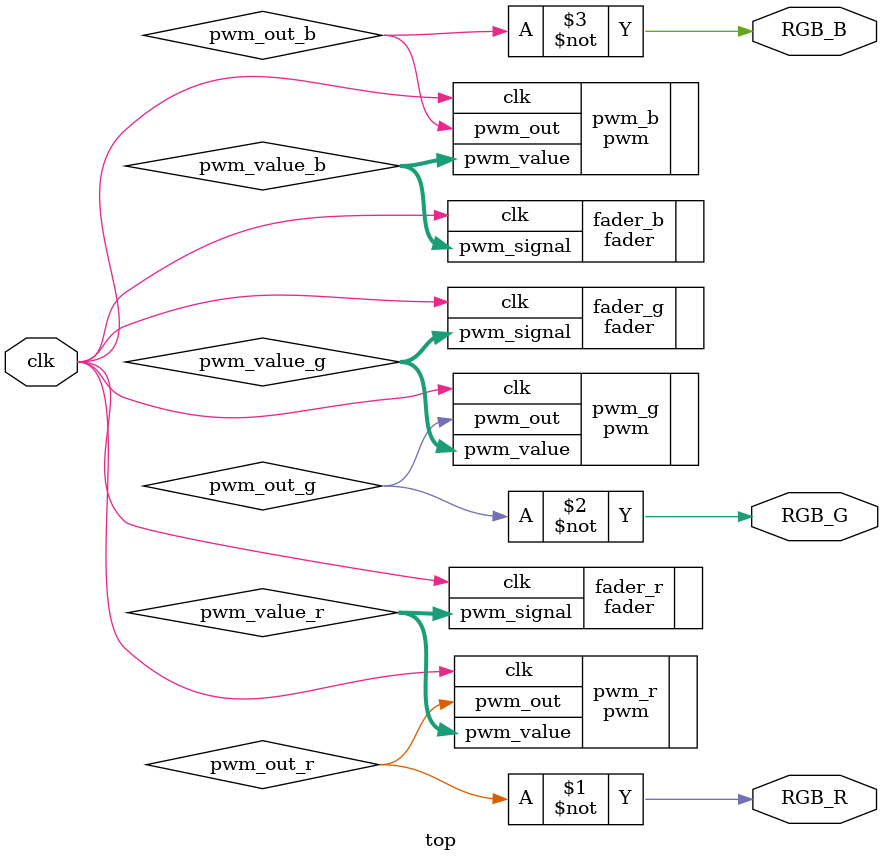
<source format=sv>
`default_nettype none

`timescale 10ns / 10ns

module top #(
  parameter PWM_DUTY_CYCLE = 1200
) (
    input  clk,
    output RGB_B,
    output RGB_G,
    output RGB_R
);

wire [$clog2(PWM_DUTY_CYCLE) - 1:0] pwm_value_r, pwm_value_g, pwm_value_b;
wire pwm_out_r, pwm_out_g, pwm_out_b;

fader #(
  .POLARITY(1),
  .START_OFFSET(0.167),
  .RAMP_TIME(0.167),
  .HOLD_TIME(0.333)
) fader_r (
  .clk(clk),
  .pwm_signal(pwm_value_r)
);

fader #(
  .POLARITY(0),
  .START_OFFSET(0),
  .RAMP_TIME(0.167),
  .HOLD_TIME(0.333)
) fader_g (
  .clk(clk),
  .pwm_signal(pwm_value_g)
);

fader #(
  .POLARITY(0),
  .START_OFFSET(0.333),
  .RAMP_TIME(0.167),
  .HOLD_TIME(0.333)
) fader_b (
  .clk(clk),
  .pwm_signal(pwm_value_b)
);

pwm pwm_r (
  .clk(clk),
  .pwm_value(pwm_value_r),
  .pwm_out(pwm_out_r)
);

pwm pwm_g (
  .clk(clk),
  .pwm_value(pwm_value_g),
  .pwm_out(pwm_out_g)
);

pwm pwm_b (
  .clk(clk),
  .pwm_value(pwm_value_b),
  .pwm_out(pwm_out_b)
);

assign RGB_R = ~pwm_out_r;
assign RGB_G = ~pwm_out_g;
assign RGB_B = ~pwm_out_b;

endmodule


</source>
